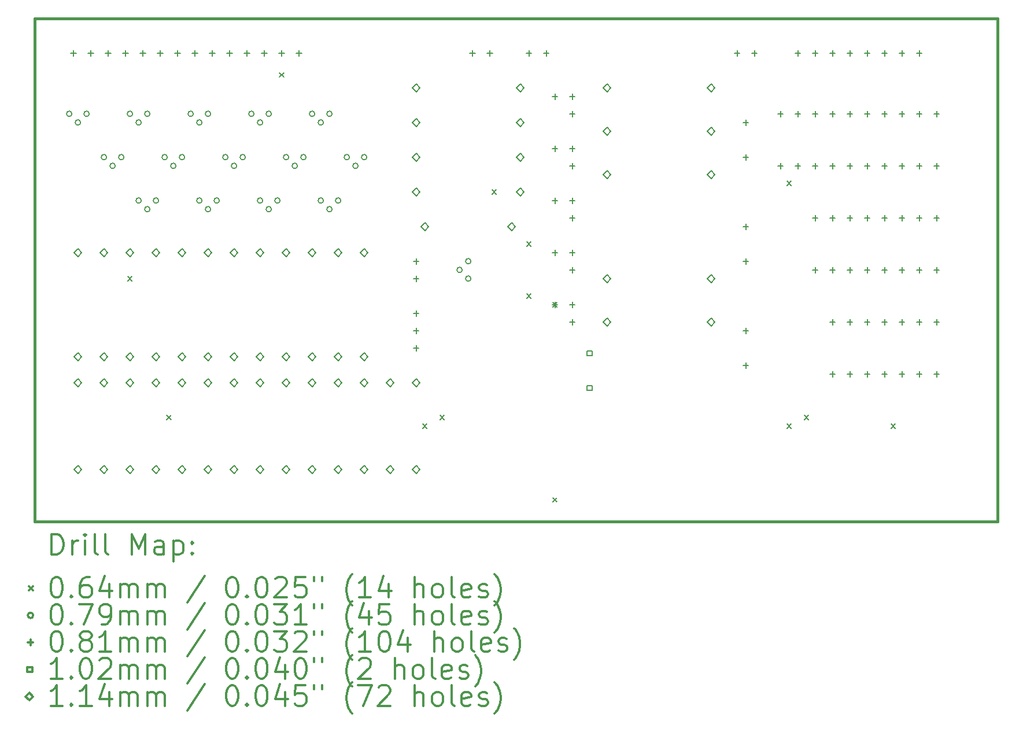
<source format=gbr>
%FSLAX45Y45*%
G04 Gerber Fmt 4.5, Leading zero omitted, Abs format (unit mm)*
G04 Created by KiCad (PCBNEW 4.0.5+dfsg1-4+deb9u1) date Sun Sep  4 20:08:22 2022*
%MOMM*%
%LPD*%
G01*
G04 APERTURE LIST*
%ADD10C,0.127000*%
%ADD11C,0.381000*%
%ADD12C,0.200000*%
%ADD13C,0.300000*%
G04 APERTURE END LIST*
D10*
D11*
X8255000Y-13970000D02*
X8255000Y-6604000D01*
X22352000Y-13970000D02*
X8255000Y-13970000D01*
X22352000Y-6604000D02*
X22352000Y-13970000D01*
X8255000Y-6604000D02*
X22352000Y-6604000D01*
D12*
X9620250Y-10382250D02*
X9683750Y-10445750D01*
X9683750Y-10382250D02*
X9620250Y-10445750D01*
X10191750Y-12414250D02*
X10255250Y-12477750D01*
X10255250Y-12414250D02*
X10191750Y-12477750D01*
X11842750Y-7397750D02*
X11906250Y-7461250D01*
X11906250Y-7397750D02*
X11842750Y-7461250D01*
X13938250Y-12541250D02*
X14001750Y-12604750D01*
X14001750Y-12541250D02*
X13938250Y-12604750D01*
X14192250Y-12414250D02*
X14255750Y-12477750D01*
X14255750Y-12414250D02*
X14192250Y-12477750D01*
X14954250Y-9112250D02*
X15017750Y-9175750D01*
X15017750Y-9112250D02*
X14954250Y-9175750D01*
X15462250Y-9874250D02*
X15525750Y-9937750D01*
X15525750Y-9874250D02*
X15462250Y-9937750D01*
X15462250Y-10636250D02*
X15525750Y-10699750D01*
X15525750Y-10636250D02*
X15462250Y-10699750D01*
X15843250Y-10763250D02*
X15906750Y-10826750D01*
X15906750Y-10763250D02*
X15843250Y-10826750D01*
X15843250Y-13620750D02*
X15906750Y-13684250D01*
X15906750Y-13620750D02*
X15843250Y-13684250D01*
X19272250Y-8985250D02*
X19335750Y-9048750D01*
X19335750Y-8985250D02*
X19272250Y-9048750D01*
X19272250Y-12541250D02*
X19335750Y-12604750D01*
X19335750Y-12541250D02*
X19272250Y-12604750D01*
X19526250Y-12414250D02*
X19589750Y-12477750D01*
X19589750Y-12414250D02*
X19526250Y-12477750D01*
X20796250Y-12541250D02*
X20859750Y-12604750D01*
X20859750Y-12541250D02*
X20796250Y-12604750D01*
X8802370Y-8001000D02*
G75*
G03X8802370Y-8001000I-39370J0D01*
G01*
X8929370Y-8128000D02*
G75*
G03X8929370Y-8128000I-39370J0D01*
G01*
X9056370Y-8001000D02*
G75*
G03X9056370Y-8001000I-39370J0D01*
G01*
X9310370Y-8636000D02*
G75*
G03X9310370Y-8636000I-39370J0D01*
G01*
X9437370Y-8763000D02*
G75*
G03X9437370Y-8763000I-39370J0D01*
G01*
X9564370Y-8636000D02*
G75*
G03X9564370Y-8636000I-39370J0D01*
G01*
X9691370Y-8001000D02*
G75*
G03X9691370Y-8001000I-39370J0D01*
G01*
X9818370Y-8128000D02*
G75*
G03X9818370Y-8128000I-39370J0D01*
G01*
X9818370Y-9271000D02*
G75*
G03X9818370Y-9271000I-39370J0D01*
G01*
X9945370Y-8001000D02*
G75*
G03X9945370Y-8001000I-39370J0D01*
G01*
X9945370Y-9398000D02*
G75*
G03X9945370Y-9398000I-39370J0D01*
G01*
X10072370Y-9271000D02*
G75*
G03X10072370Y-9271000I-39370J0D01*
G01*
X10199370Y-8636000D02*
G75*
G03X10199370Y-8636000I-39370J0D01*
G01*
X10326370Y-8763000D02*
G75*
G03X10326370Y-8763000I-39370J0D01*
G01*
X10453370Y-8636000D02*
G75*
G03X10453370Y-8636000I-39370J0D01*
G01*
X10580370Y-8001000D02*
G75*
G03X10580370Y-8001000I-39370J0D01*
G01*
X10707370Y-8128000D02*
G75*
G03X10707370Y-8128000I-39370J0D01*
G01*
X10707370Y-9271000D02*
G75*
G03X10707370Y-9271000I-39370J0D01*
G01*
X10834370Y-8001000D02*
G75*
G03X10834370Y-8001000I-39370J0D01*
G01*
X10834370Y-9398000D02*
G75*
G03X10834370Y-9398000I-39370J0D01*
G01*
X10961370Y-9271000D02*
G75*
G03X10961370Y-9271000I-39370J0D01*
G01*
X11088370Y-8636000D02*
G75*
G03X11088370Y-8636000I-39370J0D01*
G01*
X11215370Y-8763000D02*
G75*
G03X11215370Y-8763000I-39370J0D01*
G01*
X11342370Y-8636000D02*
G75*
G03X11342370Y-8636000I-39370J0D01*
G01*
X11469370Y-8001000D02*
G75*
G03X11469370Y-8001000I-39370J0D01*
G01*
X11596370Y-8128000D02*
G75*
G03X11596370Y-8128000I-39370J0D01*
G01*
X11596370Y-9271000D02*
G75*
G03X11596370Y-9271000I-39370J0D01*
G01*
X11723370Y-8001000D02*
G75*
G03X11723370Y-8001000I-39370J0D01*
G01*
X11723370Y-9398000D02*
G75*
G03X11723370Y-9398000I-39370J0D01*
G01*
X11850370Y-9271000D02*
G75*
G03X11850370Y-9271000I-39370J0D01*
G01*
X11977370Y-8636000D02*
G75*
G03X11977370Y-8636000I-39370J0D01*
G01*
X12104370Y-8763000D02*
G75*
G03X12104370Y-8763000I-39370J0D01*
G01*
X12231370Y-8636000D02*
G75*
G03X12231370Y-8636000I-39370J0D01*
G01*
X12358370Y-8001000D02*
G75*
G03X12358370Y-8001000I-39370J0D01*
G01*
X12485370Y-8128000D02*
G75*
G03X12485370Y-8128000I-39370J0D01*
G01*
X12485370Y-9271000D02*
G75*
G03X12485370Y-9271000I-39370J0D01*
G01*
X12612370Y-8001000D02*
G75*
G03X12612370Y-8001000I-39370J0D01*
G01*
X12612370Y-9398000D02*
G75*
G03X12612370Y-9398000I-39370J0D01*
G01*
X12739370Y-9271000D02*
G75*
G03X12739370Y-9271000I-39370J0D01*
G01*
X12866370Y-8636000D02*
G75*
G03X12866370Y-8636000I-39370J0D01*
G01*
X12993370Y-8763000D02*
G75*
G03X12993370Y-8763000I-39370J0D01*
G01*
X13120370Y-8636000D02*
G75*
G03X13120370Y-8636000I-39370J0D01*
G01*
X14517370Y-10287000D02*
G75*
G03X14517370Y-10287000I-39370J0D01*
G01*
X14644370Y-10160000D02*
G75*
G03X14644370Y-10160000I-39370J0D01*
G01*
X14644370Y-10414000D02*
G75*
G03X14644370Y-10414000I-39370J0D01*
G01*
X8826500Y-7071360D02*
X8826500Y-7152640D01*
X8785860Y-7112000D02*
X8867140Y-7112000D01*
X9080500Y-7071360D02*
X9080500Y-7152640D01*
X9039860Y-7112000D02*
X9121140Y-7112000D01*
X9334500Y-7071360D02*
X9334500Y-7152640D01*
X9293860Y-7112000D02*
X9375140Y-7112000D01*
X9588500Y-7071360D02*
X9588500Y-7152640D01*
X9547860Y-7112000D02*
X9629140Y-7112000D01*
X9842500Y-7071360D02*
X9842500Y-7152640D01*
X9801860Y-7112000D02*
X9883140Y-7112000D01*
X10096500Y-7071360D02*
X10096500Y-7152640D01*
X10055860Y-7112000D02*
X10137140Y-7112000D01*
X10350500Y-7071360D02*
X10350500Y-7152640D01*
X10309860Y-7112000D02*
X10391140Y-7112000D01*
X10604500Y-7071360D02*
X10604500Y-7152640D01*
X10563860Y-7112000D02*
X10645140Y-7112000D01*
X10858500Y-7071360D02*
X10858500Y-7152640D01*
X10817860Y-7112000D02*
X10899140Y-7112000D01*
X11112500Y-7071360D02*
X11112500Y-7152640D01*
X11071860Y-7112000D02*
X11153140Y-7112000D01*
X11366500Y-7071360D02*
X11366500Y-7152640D01*
X11325860Y-7112000D02*
X11407140Y-7112000D01*
X11620500Y-7071360D02*
X11620500Y-7152640D01*
X11579860Y-7112000D02*
X11661140Y-7112000D01*
X11874500Y-7071360D02*
X11874500Y-7152640D01*
X11833860Y-7112000D02*
X11915140Y-7112000D01*
X12128500Y-7071360D02*
X12128500Y-7152640D01*
X12087860Y-7112000D02*
X12169140Y-7112000D01*
X13843000Y-10119360D02*
X13843000Y-10200640D01*
X13802360Y-10160000D02*
X13883640Y-10160000D01*
X13843000Y-10373360D02*
X13843000Y-10454640D01*
X13802360Y-10414000D02*
X13883640Y-10414000D01*
X13843000Y-10881360D02*
X13843000Y-10962640D01*
X13802360Y-10922000D02*
X13883640Y-10922000D01*
X13843000Y-11135360D02*
X13843000Y-11216640D01*
X13802360Y-11176000D02*
X13883640Y-11176000D01*
X13843000Y-11389360D02*
X13843000Y-11470640D01*
X13802360Y-11430000D02*
X13883640Y-11430000D01*
X14668500Y-7071360D02*
X14668500Y-7152640D01*
X14627860Y-7112000D02*
X14709140Y-7112000D01*
X14922500Y-7071360D02*
X14922500Y-7152640D01*
X14881860Y-7112000D02*
X14963140Y-7112000D01*
X15494000Y-7071360D02*
X15494000Y-7152640D01*
X15453360Y-7112000D02*
X15534640Y-7112000D01*
X15748000Y-7071360D02*
X15748000Y-7152640D01*
X15707360Y-7112000D02*
X15788640Y-7112000D01*
X15875000Y-7706360D02*
X15875000Y-7787640D01*
X15834360Y-7747000D02*
X15915640Y-7747000D01*
X15875000Y-8468360D02*
X15875000Y-8549640D01*
X15834360Y-8509000D02*
X15915640Y-8509000D01*
X15875000Y-9230360D02*
X15875000Y-9311640D01*
X15834360Y-9271000D02*
X15915640Y-9271000D01*
X15875000Y-9992360D02*
X15875000Y-10073640D01*
X15834360Y-10033000D02*
X15915640Y-10033000D01*
X15875000Y-10754360D02*
X15875000Y-10835640D01*
X15834360Y-10795000D02*
X15915640Y-10795000D01*
X16129000Y-7706360D02*
X16129000Y-7787640D01*
X16088360Y-7747000D02*
X16169640Y-7747000D01*
X16129000Y-7960360D02*
X16129000Y-8041640D01*
X16088360Y-8001000D02*
X16169640Y-8001000D01*
X16129000Y-8468360D02*
X16129000Y-8549640D01*
X16088360Y-8509000D02*
X16169640Y-8509000D01*
X16129000Y-8722360D02*
X16129000Y-8803640D01*
X16088360Y-8763000D02*
X16169640Y-8763000D01*
X16129000Y-9230360D02*
X16129000Y-9311640D01*
X16088360Y-9271000D02*
X16169640Y-9271000D01*
X16129000Y-9484360D02*
X16129000Y-9565640D01*
X16088360Y-9525000D02*
X16169640Y-9525000D01*
X16129000Y-9992360D02*
X16129000Y-10073640D01*
X16088360Y-10033000D02*
X16169640Y-10033000D01*
X16129000Y-10246360D02*
X16129000Y-10327640D01*
X16088360Y-10287000D02*
X16169640Y-10287000D01*
X16129000Y-10754360D02*
X16129000Y-10835640D01*
X16088360Y-10795000D02*
X16169640Y-10795000D01*
X16129000Y-11008360D02*
X16129000Y-11089640D01*
X16088360Y-11049000D02*
X16169640Y-11049000D01*
X18542000Y-7071360D02*
X18542000Y-7152640D01*
X18501360Y-7112000D02*
X18582640Y-7112000D01*
X18669000Y-8087360D02*
X18669000Y-8168640D01*
X18628360Y-8128000D02*
X18709640Y-8128000D01*
X18669000Y-8595360D02*
X18669000Y-8676640D01*
X18628360Y-8636000D02*
X18709640Y-8636000D01*
X18669000Y-9611360D02*
X18669000Y-9692640D01*
X18628360Y-9652000D02*
X18709640Y-9652000D01*
X18669000Y-10119360D02*
X18669000Y-10200640D01*
X18628360Y-10160000D02*
X18709640Y-10160000D01*
X18669000Y-11135360D02*
X18669000Y-11216640D01*
X18628360Y-11176000D02*
X18709640Y-11176000D01*
X18669000Y-11643360D02*
X18669000Y-11724640D01*
X18628360Y-11684000D02*
X18709640Y-11684000D01*
X18796000Y-7071360D02*
X18796000Y-7152640D01*
X18755360Y-7112000D02*
X18836640Y-7112000D01*
X19177000Y-7960360D02*
X19177000Y-8041640D01*
X19136360Y-8001000D02*
X19217640Y-8001000D01*
X19177000Y-8722360D02*
X19177000Y-8803640D01*
X19136360Y-8763000D02*
X19217640Y-8763000D01*
X19431000Y-7071360D02*
X19431000Y-7152640D01*
X19390360Y-7112000D02*
X19471640Y-7112000D01*
X19431000Y-7960360D02*
X19431000Y-8041640D01*
X19390360Y-8001000D02*
X19471640Y-8001000D01*
X19431000Y-8722360D02*
X19431000Y-8803640D01*
X19390360Y-8763000D02*
X19471640Y-8763000D01*
X19685000Y-7071360D02*
X19685000Y-7152640D01*
X19644360Y-7112000D02*
X19725640Y-7112000D01*
X19685000Y-7960360D02*
X19685000Y-8041640D01*
X19644360Y-8001000D02*
X19725640Y-8001000D01*
X19685000Y-8722360D02*
X19685000Y-8803640D01*
X19644360Y-8763000D02*
X19725640Y-8763000D01*
X19685000Y-9484360D02*
X19685000Y-9565640D01*
X19644360Y-9525000D02*
X19725640Y-9525000D01*
X19685000Y-10246360D02*
X19685000Y-10327640D01*
X19644360Y-10287000D02*
X19725640Y-10287000D01*
X19939000Y-7071360D02*
X19939000Y-7152640D01*
X19898360Y-7112000D02*
X19979640Y-7112000D01*
X19939000Y-7960360D02*
X19939000Y-8041640D01*
X19898360Y-8001000D02*
X19979640Y-8001000D01*
X19939000Y-8722360D02*
X19939000Y-8803640D01*
X19898360Y-8763000D02*
X19979640Y-8763000D01*
X19939000Y-9484360D02*
X19939000Y-9565640D01*
X19898360Y-9525000D02*
X19979640Y-9525000D01*
X19939000Y-10246360D02*
X19939000Y-10327640D01*
X19898360Y-10287000D02*
X19979640Y-10287000D01*
X19939000Y-11008360D02*
X19939000Y-11089640D01*
X19898360Y-11049000D02*
X19979640Y-11049000D01*
X19939000Y-11770360D02*
X19939000Y-11851640D01*
X19898360Y-11811000D02*
X19979640Y-11811000D01*
X20193000Y-7071360D02*
X20193000Y-7152640D01*
X20152360Y-7112000D02*
X20233640Y-7112000D01*
X20193000Y-7960360D02*
X20193000Y-8041640D01*
X20152360Y-8001000D02*
X20233640Y-8001000D01*
X20193000Y-8722360D02*
X20193000Y-8803640D01*
X20152360Y-8763000D02*
X20233640Y-8763000D01*
X20193000Y-9484360D02*
X20193000Y-9565640D01*
X20152360Y-9525000D02*
X20233640Y-9525000D01*
X20193000Y-10246360D02*
X20193000Y-10327640D01*
X20152360Y-10287000D02*
X20233640Y-10287000D01*
X20193000Y-11008360D02*
X20193000Y-11089640D01*
X20152360Y-11049000D02*
X20233640Y-11049000D01*
X20193000Y-11770360D02*
X20193000Y-11851640D01*
X20152360Y-11811000D02*
X20233640Y-11811000D01*
X20447000Y-7071360D02*
X20447000Y-7152640D01*
X20406360Y-7112000D02*
X20487640Y-7112000D01*
X20447000Y-7960360D02*
X20447000Y-8041640D01*
X20406360Y-8001000D02*
X20487640Y-8001000D01*
X20447000Y-8722360D02*
X20447000Y-8803640D01*
X20406360Y-8763000D02*
X20487640Y-8763000D01*
X20447000Y-9484360D02*
X20447000Y-9565640D01*
X20406360Y-9525000D02*
X20487640Y-9525000D01*
X20447000Y-10246360D02*
X20447000Y-10327640D01*
X20406360Y-10287000D02*
X20487640Y-10287000D01*
X20447000Y-11008360D02*
X20447000Y-11089640D01*
X20406360Y-11049000D02*
X20487640Y-11049000D01*
X20447000Y-11770360D02*
X20447000Y-11851640D01*
X20406360Y-11811000D02*
X20487640Y-11811000D01*
X20701000Y-7071360D02*
X20701000Y-7152640D01*
X20660360Y-7112000D02*
X20741640Y-7112000D01*
X20701000Y-7960360D02*
X20701000Y-8041640D01*
X20660360Y-8001000D02*
X20741640Y-8001000D01*
X20701000Y-8722360D02*
X20701000Y-8803640D01*
X20660360Y-8763000D02*
X20741640Y-8763000D01*
X20701000Y-9484360D02*
X20701000Y-9565640D01*
X20660360Y-9525000D02*
X20741640Y-9525000D01*
X20701000Y-10246360D02*
X20701000Y-10327640D01*
X20660360Y-10287000D02*
X20741640Y-10287000D01*
X20701000Y-11008360D02*
X20701000Y-11089640D01*
X20660360Y-11049000D02*
X20741640Y-11049000D01*
X20701000Y-11770360D02*
X20701000Y-11851640D01*
X20660360Y-11811000D02*
X20741640Y-11811000D01*
X20955000Y-7071360D02*
X20955000Y-7152640D01*
X20914360Y-7112000D02*
X20995640Y-7112000D01*
X20955000Y-7960360D02*
X20955000Y-8041640D01*
X20914360Y-8001000D02*
X20995640Y-8001000D01*
X20955000Y-8722360D02*
X20955000Y-8803640D01*
X20914360Y-8763000D02*
X20995640Y-8763000D01*
X20955000Y-9484360D02*
X20955000Y-9565640D01*
X20914360Y-9525000D02*
X20995640Y-9525000D01*
X20955000Y-10246360D02*
X20955000Y-10327640D01*
X20914360Y-10287000D02*
X20995640Y-10287000D01*
X20955000Y-11008360D02*
X20955000Y-11089640D01*
X20914360Y-11049000D02*
X20995640Y-11049000D01*
X20955000Y-11770360D02*
X20955000Y-11851640D01*
X20914360Y-11811000D02*
X20995640Y-11811000D01*
X21209000Y-7071360D02*
X21209000Y-7152640D01*
X21168360Y-7112000D02*
X21249640Y-7112000D01*
X21209000Y-7960360D02*
X21209000Y-8041640D01*
X21168360Y-8001000D02*
X21249640Y-8001000D01*
X21209000Y-8722360D02*
X21209000Y-8803640D01*
X21168360Y-8763000D02*
X21249640Y-8763000D01*
X21209000Y-9484360D02*
X21209000Y-9565640D01*
X21168360Y-9525000D02*
X21249640Y-9525000D01*
X21209000Y-10246360D02*
X21209000Y-10327640D01*
X21168360Y-10287000D02*
X21249640Y-10287000D01*
X21209000Y-11008360D02*
X21209000Y-11089640D01*
X21168360Y-11049000D02*
X21249640Y-11049000D01*
X21209000Y-11770360D02*
X21209000Y-11851640D01*
X21168360Y-11811000D02*
X21249640Y-11811000D01*
X21463000Y-7960360D02*
X21463000Y-8041640D01*
X21422360Y-8001000D02*
X21503640Y-8001000D01*
X21463000Y-8722360D02*
X21463000Y-8803640D01*
X21422360Y-8763000D02*
X21503640Y-8763000D01*
X21463000Y-9484360D02*
X21463000Y-9565640D01*
X21422360Y-9525000D02*
X21503640Y-9525000D01*
X21463000Y-10246360D02*
X21463000Y-10327640D01*
X21422360Y-10287000D02*
X21503640Y-10287000D01*
X21463000Y-11008360D02*
X21463000Y-11089640D01*
X21422360Y-11049000D02*
X21503640Y-11049000D01*
X21463000Y-11770360D02*
X21463000Y-11851640D01*
X21422360Y-11811000D02*
X21503640Y-11811000D01*
X16418921Y-11542121D02*
X16418921Y-11470279D01*
X16347079Y-11470279D01*
X16347079Y-11542121D01*
X16418921Y-11542121D01*
X16418921Y-12050121D02*
X16418921Y-11978279D01*
X16347079Y-11978279D01*
X16347079Y-12050121D01*
X16418921Y-12050121D01*
X8890000Y-10090150D02*
X8947150Y-10033000D01*
X8890000Y-9975850D01*
X8832850Y-10033000D01*
X8890000Y-10090150D01*
X8890000Y-11614150D02*
X8947150Y-11557000D01*
X8890000Y-11499850D01*
X8832850Y-11557000D01*
X8890000Y-11614150D01*
X8890000Y-11995150D02*
X8947150Y-11938000D01*
X8890000Y-11880850D01*
X8832850Y-11938000D01*
X8890000Y-11995150D01*
X8890000Y-13265150D02*
X8947150Y-13208000D01*
X8890000Y-13150850D01*
X8832850Y-13208000D01*
X8890000Y-13265150D01*
X9271000Y-10090150D02*
X9328150Y-10033000D01*
X9271000Y-9975850D01*
X9213850Y-10033000D01*
X9271000Y-10090150D01*
X9271000Y-11614150D02*
X9328150Y-11557000D01*
X9271000Y-11499850D01*
X9213850Y-11557000D01*
X9271000Y-11614150D01*
X9271000Y-11995150D02*
X9328150Y-11938000D01*
X9271000Y-11880850D01*
X9213850Y-11938000D01*
X9271000Y-11995150D01*
X9271000Y-13265150D02*
X9328150Y-13208000D01*
X9271000Y-13150850D01*
X9213850Y-13208000D01*
X9271000Y-13265150D01*
X9652000Y-10090150D02*
X9709150Y-10033000D01*
X9652000Y-9975850D01*
X9594850Y-10033000D01*
X9652000Y-10090150D01*
X9652000Y-11614150D02*
X9709150Y-11557000D01*
X9652000Y-11499850D01*
X9594850Y-11557000D01*
X9652000Y-11614150D01*
X9652000Y-11995150D02*
X9709150Y-11938000D01*
X9652000Y-11880850D01*
X9594850Y-11938000D01*
X9652000Y-11995150D01*
X9652000Y-13265150D02*
X9709150Y-13208000D01*
X9652000Y-13150850D01*
X9594850Y-13208000D01*
X9652000Y-13265150D01*
X10033000Y-10090150D02*
X10090150Y-10033000D01*
X10033000Y-9975850D01*
X9975850Y-10033000D01*
X10033000Y-10090150D01*
X10033000Y-11614150D02*
X10090150Y-11557000D01*
X10033000Y-11499850D01*
X9975850Y-11557000D01*
X10033000Y-11614150D01*
X10033000Y-11995150D02*
X10090150Y-11938000D01*
X10033000Y-11880850D01*
X9975850Y-11938000D01*
X10033000Y-11995150D01*
X10033000Y-13265150D02*
X10090150Y-13208000D01*
X10033000Y-13150850D01*
X9975850Y-13208000D01*
X10033000Y-13265150D01*
X10414000Y-10090150D02*
X10471150Y-10033000D01*
X10414000Y-9975850D01*
X10356850Y-10033000D01*
X10414000Y-10090150D01*
X10414000Y-11614150D02*
X10471150Y-11557000D01*
X10414000Y-11499850D01*
X10356850Y-11557000D01*
X10414000Y-11614150D01*
X10414000Y-11995150D02*
X10471150Y-11938000D01*
X10414000Y-11880850D01*
X10356850Y-11938000D01*
X10414000Y-11995150D01*
X10414000Y-13265150D02*
X10471150Y-13208000D01*
X10414000Y-13150850D01*
X10356850Y-13208000D01*
X10414000Y-13265150D01*
X10795000Y-10090150D02*
X10852150Y-10033000D01*
X10795000Y-9975850D01*
X10737850Y-10033000D01*
X10795000Y-10090150D01*
X10795000Y-11614150D02*
X10852150Y-11557000D01*
X10795000Y-11499850D01*
X10737850Y-11557000D01*
X10795000Y-11614150D01*
X10795000Y-11995150D02*
X10852150Y-11938000D01*
X10795000Y-11880850D01*
X10737850Y-11938000D01*
X10795000Y-11995150D01*
X10795000Y-13265150D02*
X10852150Y-13208000D01*
X10795000Y-13150850D01*
X10737850Y-13208000D01*
X10795000Y-13265150D01*
X11176000Y-10090150D02*
X11233150Y-10033000D01*
X11176000Y-9975850D01*
X11118850Y-10033000D01*
X11176000Y-10090150D01*
X11176000Y-11614150D02*
X11233150Y-11557000D01*
X11176000Y-11499850D01*
X11118850Y-11557000D01*
X11176000Y-11614150D01*
X11176000Y-11995150D02*
X11233150Y-11938000D01*
X11176000Y-11880850D01*
X11118850Y-11938000D01*
X11176000Y-11995150D01*
X11176000Y-13265150D02*
X11233150Y-13208000D01*
X11176000Y-13150850D01*
X11118850Y-13208000D01*
X11176000Y-13265150D01*
X11557000Y-10090150D02*
X11614150Y-10033000D01*
X11557000Y-9975850D01*
X11499850Y-10033000D01*
X11557000Y-10090150D01*
X11557000Y-11614150D02*
X11614150Y-11557000D01*
X11557000Y-11499850D01*
X11499850Y-11557000D01*
X11557000Y-11614150D01*
X11557000Y-11995150D02*
X11614150Y-11938000D01*
X11557000Y-11880850D01*
X11499850Y-11938000D01*
X11557000Y-11995150D01*
X11557000Y-13265150D02*
X11614150Y-13208000D01*
X11557000Y-13150850D01*
X11499850Y-13208000D01*
X11557000Y-13265150D01*
X11938000Y-10090150D02*
X11995150Y-10033000D01*
X11938000Y-9975850D01*
X11880850Y-10033000D01*
X11938000Y-10090150D01*
X11938000Y-11614150D02*
X11995150Y-11557000D01*
X11938000Y-11499850D01*
X11880850Y-11557000D01*
X11938000Y-11614150D01*
X11938000Y-11995150D02*
X11995150Y-11938000D01*
X11938000Y-11880850D01*
X11880850Y-11938000D01*
X11938000Y-11995150D01*
X11938000Y-13265150D02*
X11995150Y-13208000D01*
X11938000Y-13150850D01*
X11880850Y-13208000D01*
X11938000Y-13265150D01*
X12319000Y-10090150D02*
X12376150Y-10033000D01*
X12319000Y-9975850D01*
X12261850Y-10033000D01*
X12319000Y-10090150D01*
X12319000Y-11614150D02*
X12376150Y-11557000D01*
X12319000Y-11499850D01*
X12261850Y-11557000D01*
X12319000Y-11614150D01*
X12319000Y-11995150D02*
X12376150Y-11938000D01*
X12319000Y-11880850D01*
X12261850Y-11938000D01*
X12319000Y-11995150D01*
X12319000Y-13265150D02*
X12376150Y-13208000D01*
X12319000Y-13150850D01*
X12261850Y-13208000D01*
X12319000Y-13265150D01*
X12700000Y-10090150D02*
X12757150Y-10033000D01*
X12700000Y-9975850D01*
X12642850Y-10033000D01*
X12700000Y-10090150D01*
X12700000Y-11614150D02*
X12757150Y-11557000D01*
X12700000Y-11499850D01*
X12642850Y-11557000D01*
X12700000Y-11614150D01*
X12700000Y-11995150D02*
X12757150Y-11938000D01*
X12700000Y-11880850D01*
X12642850Y-11938000D01*
X12700000Y-11995150D01*
X12700000Y-13265150D02*
X12757150Y-13208000D01*
X12700000Y-13150850D01*
X12642850Y-13208000D01*
X12700000Y-13265150D01*
X13081000Y-10090150D02*
X13138150Y-10033000D01*
X13081000Y-9975850D01*
X13023850Y-10033000D01*
X13081000Y-10090150D01*
X13081000Y-11614150D02*
X13138150Y-11557000D01*
X13081000Y-11499850D01*
X13023850Y-11557000D01*
X13081000Y-11614150D01*
X13081000Y-11995150D02*
X13138150Y-11938000D01*
X13081000Y-11880850D01*
X13023850Y-11938000D01*
X13081000Y-11995150D01*
X13081000Y-13265150D02*
X13138150Y-13208000D01*
X13081000Y-13150850D01*
X13023850Y-13208000D01*
X13081000Y-13265150D01*
X13462000Y-11995150D02*
X13519150Y-11938000D01*
X13462000Y-11880850D01*
X13404850Y-11938000D01*
X13462000Y-11995150D01*
X13462000Y-13265150D02*
X13519150Y-13208000D01*
X13462000Y-13150850D01*
X13404850Y-13208000D01*
X13462000Y-13265150D01*
X13843000Y-7677150D02*
X13900150Y-7620000D01*
X13843000Y-7562850D01*
X13785850Y-7620000D01*
X13843000Y-7677150D01*
X13843000Y-8185150D02*
X13900150Y-8128000D01*
X13843000Y-8070850D01*
X13785850Y-8128000D01*
X13843000Y-8185150D01*
X13843000Y-8693150D02*
X13900150Y-8636000D01*
X13843000Y-8578850D01*
X13785850Y-8636000D01*
X13843000Y-8693150D01*
X13843000Y-9201150D02*
X13900150Y-9144000D01*
X13843000Y-9086850D01*
X13785850Y-9144000D01*
X13843000Y-9201150D01*
X13843000Y-11995150D02*
X13900150Y-11938000D01*
X13843000Y-11880850D01*
X13785850Y-11938000D01*
X13843000Y-11995150D01*
X13843000Y-13265150D02*
X13900150Y-13208000D01*
X13843000Y-13150850D01*
X13785850Y-13208000D01*
X13843000Y-13265150D01*
X13970000Y-9709150D02*
X14027150Y-9652000D01*
X13970000Y-9594850D01*
X13912850Y-9652000D01*
X13970000Y-9709150D01*
X15240000Y-9709150D02*
X15297150Y-9652000D01*
X15240000Y-9594850D01*
X15182850Y-9652000D01*
X15240000Y-9709150D01*
X15367000Y-7677150D02*
X15424150Y-7620000D01*
X15367000Y-7562850D01*
X15309850Y-7620000D01*
X15367000Y-7677150D01*
X15367000Y-8185150D02*
X15424150Y-8128000D01*
X15367000Y-8070850D01*
X15309850Y-8128000D01*
X15367000Y-8185150D01*
X15367000Y-8693150D02*
X15424150Y-8636000D01*
X15367000Y-8578850D01*
X15309850Y-8636000D01*
X15367000Y-8693150D01*
X15367000Y-9201150D02*
X15424150Y-9144000D01*
X15367000Y-9086850D01*
X15309850Y-9144000D01*
X15367000Y-9201150D01*
X16637000Y-7677150D02*
X16694150Y-7620000D01*
X16637000Y-7562850D01*
X16579850Y-7620000D01*
X16637000Y-7677150D01*
X16637000Y-8312150D02*
X16694150Y-8255000D01*
X16637000Y-8197850D01*
X16579850Y-8255000D01*
X16637000Y-8312150D01*
X16637000Y-8947150D02*
X16694150Y-8890000D01*
X16637000Y-8832850D01*
X16579850Y-8890000D01*
X16637000Y-8947150D01*
X16637000Y-10471150D02*
X16694150Y-10414000D01*
X16637000Y-10356850D01*
X16579850Y-10414000D01*
X16637000Y-10471150D01*
X16637000Y-11106150D02*
X16694150Y-11049000D01*
X16637000Y-10991850D01*
X16579850Y-11049000D01*
X16637000Y-11106150D01*
X18161000Y-7677150D02*
X18218150Y-7620000D01*
X18161000Y-7562850D01*
X18103850Y-7620000D01*
X18161000Y-7677150D01*
X18161000Y-8312150D02*
X18218150Y-8255000D01*
X18161000Y-8197850D01*
X18103850Y-8255000D01*
X18161000Y-8312150D01*
X18161000Y-8947150D02*
X18218150Y-8890000D01*
X18161000Y-8832850D01*
X18103850Y-8890000D01*
X18161000Y-8947150D01*
X18161000Y-10471150D02*
X18218150Y-10414000D01*
X18161000Y-10356850D01*
X18103850Y-10414000D01*
X18161000Y-10471150D01*
X18161000Y-11106150D02*
X18218150Y-11049000D01*
X18161000Y-10991850D01*
X18103850Y-11049000D01*
X18161000Y-11106150D01*
D13*
X8507379Y-14454764D02*
X8507379Y-14154764D01*
X8578807Y-14154764D01*
X8621664Y-14169050D01*
X8650236Y-14197621D01*
X8664521Y-14226193D01*
X8678807Y-14283336D01*
X8678807Y-14326193D01*
X8664521Y-14383336D01*
X8650236Y-14411907D01*
X8621664Y-14440479D01*
X8578807Y-14454764D01*
X8507379Y-14454764D01*
X8807379Y-14454764D02*
X8807379Y-14254764D01*
X8807379Y-14311907D02*
X8821664Y-14283336D01*
X8835950Y-14269050D01*
X8864521Y-14254764D01*
X8893093Y-14254764D01*
X8993093Y-14454764D02*
X8993093Y-14254764D01*
X8993093Y-14154764D02*
X8978807Y-14169050D01*
X8993093Y-14183336D01*
X9007379Y-14169050D01*
X8993093Y-14154764D01*
X8993093Y-14183336D01*
X9178807Y-14454764D02*
X9150236Y-14440479D01*
X9135950Y-14411907D01*
X9135950Y-14154764D01*
X9335950Y-14454764D02*
X9307379Y-14440479D01*
X9293093Y-14411907D01*
X9293093Y-14154764D01*
X9678807Y-14454764D02*
X9678807Y-14154764D01*
X9778807Y-14369050D01*
X9878807Y-14154764D01*
X9878807Y-14454764D01*
X10150236Y-14454764D02*
X10150236Y-14297621D01*
X10135950Y-14269050D01*
X10107379Y-14254764D01*
X10050236Y-14254764D01*
X10021664Y-14269050D01*
X10150236Y-14440479D02*
X10121664Y-14454764D01*
X10050236Y-14454764D01*
X10021664Y-14440479D01*
X10007379Y-14411907D01*
X10007379Y-14383336D01*
X10021664Y-14354764D01*
X10050236Y-14340479D01*
X10121664Y-14340479D01*
X10150236Y-14326193D01*
X10293093Y-14254764D02*
X10293093Y-14554764D01*
X10293093Y-14269050D02*
X10321664Y-14254764D01*
X10378807Y-14254764D01*
X10407379Y-14269050D01*
X10421664Y-14283336D01*
X10435950Y-14311907D01*
X10435950Y-14397621D01*
X10421664Y-14426193D01*
X10407379Y-14440479D01*
X10378807Y-14454764D01*
X10321664Y-14454764D01*
X10293093Y-14440479D01*
X10564521Y-14426193D02*
X10578807Y-14440479D01*
X10564521Y-14454764D01*
X10550236Y-14440479D01*
X10564521Y-14426193D01*
X10564521Y-14454764D01*
X10564521Y-14269050D02*
X10578807Y-14283336D01*
X10564521Y-14297621D01*
X10550236Y-14283336D01*
X10564521Y-14269050D01*
X10564521Y-14297621D01*
X8172450Y-14917300D02*
X8235950Y-14980800D01*
X8235950Y-14917300D02*
X8172450Y-14980800D01*
X8564521Y-14784764D02*
X8593093Y-14784764D01*
X8621664Y-14799050D01*
X8635950Y-14813336D01*
X8650236Y-14841907D01*
X8664521Y-14899050D01*
X8664521Y-14970479D01*
X8650236Y-15027621D01*
X8635950Y-15056193D01*
X8621664Y-15070479D01*
X8593093Y-15084764D01*
X8564521Y-15084764D01*
X8535950Y-15070479D01*
X8521664Y-15056193D01*
X8507379Y-15027621D01*
X8493093Y-14970479D01*
X8493093Y-14899050D01*
X8507379Y-14841907D01*
X8521664Y-14813336D01*
X8535950Y-14799050D01*
X8564521Y-14784764D01*
X8793093Y-15056193D02*
X8807379Y-15070479D01*
X8793093Y-15084764D01*
X8778807Y-15070479D01*
X8793093Y-15056193D01*
X8793093Y-15084764D01*
X9064521Y-14784764D02*
X9007378Y-14784764D01*
X8978807Y-14799050D01*
X8964521Y-14813336D01*
X8935950Y-14856193D01*
X8921664Y-14913336D01*
X8921664Y-15027621D01*
X8935950Y-15056193D01*
X8950236Y-15070479D01*
X8978807Y-15084764D01*
X9035950Y-15084764D01*
X9064521Y-15070479D01*
X9078807Y-15056193D01*
X9093093Y-15027621D01*
X9093093Y-14956193D01*
X9078807Y-14927621D01*
X9064521Y-14913336D01*
X9035950Y-14899050D01*
X8978807Y-14899050D01*
X8950236Y-14913336D01*
X8935950Y-14927621D01*
X8921664Y-14956193D01*
X9350236Y-14884764D02*
X9350236Y-15084764D01*
X9278807Y-14770479D02*
X9207379Y-14984764D01*
X9393093Y-14984764D01*
X9507379Y-15084764D02*
X9507379Y-14884764D01*
X9507379Y-14913336D02*
X9521664Y-14899050D01*
X9550236Y-14884764D01*
X9593093Y-14884764D01*
X9621664Y-14899050D01*
X9635950Y-14927621D01*
X9635950Y-15084764D01*
X9635950Y-14927621D02*
X9650236Y-14899050D01*
X9678807Y-14884764D01*
X9721664Y-14884764D01*
X9750236Y-14899050D01*
X9764521Y-14927621D01*
X9764521Y-15084764D01*
X9907379Y-15084764D02*
X9907379Y-14884764D01*
X9907379Y-14913336D02*
X9921664Y-14899050D01*
X9950236Y-14884764D01*
X9993093Y-14884764D01*
X10021664Y-14899050D01*
X10035950Y-14927621D01*
X10035950Y-15084764D01*
X10035950Y-14927621D02*
X10050236Y-14899050D01*
X10078807Y-14884764D01*
X10121664Y-14884764D01*
X10150236Y-14899050D01*
X10164521Y-14927621D01*
X10164521Y-15084764D01*
X10750236Y-14770479D02*
X10493093Y-15156193D01*
X11135950Y-14784764D02*
X11164521Y-14784764D01*
X11193093Y-14799050D01*
X11207378Y-14813336D01*
X11221664Y-14841907D01*
X11235950Y-14899050D01*
X11235950Y-14970479D01*
X11221664Y-15027621D01*
X11207378Y-15056193D01*
X11193093Y-15070479D01*
X11164521Y-15084764D01*
X11135950Y-15084764D01*
X11107378Y-15070479D01*
X11093093Y-15056193D01*
X11078807Y-15027621D01*
X11064521Y-14970479D01*
X11064521Y-14899050D01*
X11078807Y-14841907D01*
X11093093Y-14813336D01*
X11107378Y-14799050D01*
X11135950Y-14784764D01*
X11364521Y-15056193D02*
X11378807Y-15070479D01*
X11364521Y-15084764D01*
X11350236Y-15070479D01*
X11364521Y-15056193D01*
X11364521Y-15084764D01*
X11564521Y-14784764D02*
X11593093Y-14784764D01*
X11621664Y-14799050D01*
X11635950Y-14813336D01*
X11650235Y-14841907D01*
X11664521Y-14899050D01*
X11664521Y-14970479D01*
X11650235Y-15027621D01*
X11635950Y-15056193D01*
X11621664Y-15070479D01*
X11593093Y-15084764D01*
X11564521Y-15084764D01*
X11535950Y-15070479D01*
X11521664Y-15056193D01*
X11507378Y-15027621D01*
X11493093Y-14970479D01*
X11493093Y-14899050D01*
X11507378Y-14841907D01*
X11521664Y-14813336D01*
X11535950Y-14799050D01*
X11564521Y-14784764D01*
X11778807Y-14813336D02*
X11793093Y-14799050D01*
X11821664Y-14784764D01*
X11893093Y-14784764D01*
X11921664Y-14799050D01*
X11935950Y-14813336D01*
X11950235Y-14841907D01*
X11950235Y-14870479D01*
X11935950Y-14913336D01*
X11764521Y-15084764D01*
X11950235Y-15084764D01*
X12221664Y-14784764D02*
X12078807Y-14784764D01*
X12064521Y-14927621D01*
X12078807Y-14913336D01*
X12107378Y-14899050D01*
X12178807Y-14899050D01*
X12207378Y-14913336D01*
X12221664Y-14927621D01*
X12235950Y-14956193D01*
X12235950Y-15027621D01*
X12221664Y-15056193D01*
X12207378Y-15070479D01*
X12178807Y-15084764D01*
X12107378Y-15084764D01*
X12078807Y-15070479D01*
X12064521Y-15056193D01*
X12350236Y-14784764D02*
X12350236Y-14841907D01*
X12464521Y-14784764D02*
X12464521Y-14841907D01*
X12907378Y-15199050D02*
X12893093Y-15184764D01*
X12864521Y-15141907D01*
X12850235Y-15113336D01*
X12835950Y-15070479D01*
X12821664Y-14999050D01*
X12821664Y-14941907D01*
X12835950Y-14870479D01*
X12850235Y-14827621D01*
X12864521Y-14799050D01*
X12893093Y-14756193D01*
X12907378Y-14741907D01*
X13178807Y-15084764D02*
X13007378Y-15084764D01*
X13093093Y-15084764D02*
X13093093Y-14784764D01*
X13064521Y-14827621D01*
X13035950Y-14856193D01*
X13007378Y-14870479D01*
X13435950Y-14884764D02*
X13435950Y-15084764D01*
X13364521Y-14770479D02*
X13293093Y-14984764D01*
X13478807Y-14984764D01*
X13821664Y-15084764D02*
X13821664Y-14784764D01*
X13950235Y-15084764D02*
X13950235Y-14927621D01*
X13935950Y-14899050D01*
X13907378Y-14884764D01*
X13864521Y-14884764D01*
X13835950Y-14899050D01*
X13821664Y-14913336D01*
X14135950Y-15084764D02*
X14107378Y-15070479D01*
X14093093Y-15056193D01*
X14078807Y-15027621D01*
X14078807Y-14941907D01*
X14093093Y-14913336D01*
X14107378Y-14899050D01*
X14135950Y-14884764D01*
X14178807Y-14884764D01*
X14207378Y-14899050D01*
X14221664Y-14913336D01*
X14235950Y-14941907D01*
X14235950Y-15027621D01*
X14221664Y-15056193D01*
X14207378Y-15070479D01*
X14178807Y-15084764D01*
X14135950Y-15084764D01*
X14407378Y-15084764D02*
X14378807Y-15070479D01*
X14364521Y-15041907D01*
X14364521Y-14784764D01*
X14635950Y-15070479D02*
X14607378Y-15084764D01*
X14550236Y-15084764D01*
X14521664Y-15070479D01*
X14507378Y-15041907D01*
X14507378Y-14927621D01*
X14521664Y-14899050D01*
X14550236Y-14884764D01*
X14607378Y-14884764D01*
X14635950Y-14899050D01*
X14650236Y-14927621D01*
X14650236Y-14956193D01*
X14507378Y-14984764D01*
X14764521Y-15070479D02*
X14793093Y-15084764D01*
X14850236Y-15084764D01*
X14878807Y-15070479D01*
X14893093Y-15041907D01*
X14893093Y-15027621D01*
X14878807Y-14999050D01*
X14850236Y-14984764D01*
X14807378Y-14984764D01*
X14778807Y-14970479D01*
X14764521Y-14941907D01*
X14764521Y-14927621D01*
X14778807Y-14899050D01*
X14807378Y-14884764D01*
X14850236Y-14884764D01*
X14878807Y-14899050D01*
X14993093Y-15199050D02*
X15007378Y-15184764D01*
X15035950Y-15141907D01*
X15050236Y-15113336D01*
X15064521Y-15070479D01*
X15078807Y-14999050D01*
X15078807Y-14941907D01*
X15064521Y-14870479D01*
X15050236Y-14827621D01*
X15035950Y-14799050D01*
X15007378Y-14756193D01*
X14993093Y-14741907D01*
X8235950Y-15345050D02*
G75*
G03X8235950Y-15345050I-39370J0D01*
G01*
X8564521Y-15180764D02*
X8593093Y-15180764D01*
X8621664Y-15195050D01*
X8635950Y-15209336D01*
X8650236Y-15237907D01*
X8664521Y-15295050D01*
X8664521Y-15366479D01*
X8650236Y-15423621D01*
X8635950Y-15452193D01*
X8621664Y-15466479D01*
X8593093Y-15480764D01*
X8564521Y-15480764D01*
X8535950Y-15466479D01*
X8521664Y-15452193D01*
X8507379Y-15423621D01*
X8493093Y-15366479D01*
X8493093Y-15295050D01*
X8507379Y-15237907D01*
X8521664Y-15209336D01*
X8535950Y-15195050D01*
X8564521Y-15180764D01*
X8793093Y-15452193D02*
X8807379Y-15466479D01*
X8793093Y-15480764D01*
X8778807Y-15466479D01*
X8793093Y-15452193D01*
X8793093Y-15480764D01*
X8907378Y-15180764D02*
X9107378Y-15180764D01*
X8978807Y-15480764D01*
X9235950Y-15480764D02*
X9293093Y-15480764D01*
X9321664Y-15466479D01*
X9335950Y-15452193D01*
X9364521Y-15409336D01*
X9378807Y-15352193D01*
X9378807Y-15237907D01*
X9364521Y-15209336D01*
X9350236Y-15195050D01*
X9321664Y-15180764D01*
X9264521Y-15180764D01*
X9235950Y-15195050D01*
X9221664Y-15209336D01*
X9207379Y-15237907D01*
X9207379Y-15309336D01*
X9221664Y-15337907D01*
X9235950Y-15352193D01*
X9264521Y-15366479D01*
X9321664Y-15366479D01*
X9350236Y-15352193D01*
X9364521Y-15337907D01*
X9378807Y-15309336D01*
X9507379Y-15480764D02*
X9507379Y-15280764D01*
X9507379Y-15309336D02*
X9521664Y-15295050D01*
X9550236Y-15280764D01*
X9593093Y-15280764D01*
X9621664Y-15295050D01*
X9635950Y-15323621D01*
X9635950Y-15480764D01*
X9635950Y-15323621D02*
X9650236Y-15295050D01*
X9678807Y-15280764D01*
X9721664Y-15280764D01*
X9750236Y-15295050D01*
X9764521Y-15323621D01*
X9764521Y-15480764D01*
X9907379Y-15480764D02*
X9907379Y-15280764D01*
X9907379Y-15309336D02*
X9921664Y-15295050D01*
X9950236Y-15280764D01*
X9993093Y-15280764D01*
X10021664Y-15295050D01*
X10035950Y-15323621D01*
X10035950Y-15480764D01*
X10035950Y-15323621D02*
X10050236Y-15295050D01*
X10078807Y-15280764D01*
X10121664Y-15280764D01*
X10150236Y-15295050D01*
X10164521Y-15323621D01*
X10164521Y-15480764D01*
X10750236Y-15166479D02*
X10493093Y-15552193D01*
X11135950Y-15180764D02*
X11164521Y-15180764D01*
X11193093Y-15195050D01*
X11207378Y-15209336D01*
X11221664Y-15237907D01*
X11235950Y-15295050D01*
X11235950Y-15366479D01*
X11221664Y-15423621D01*
X11207378Y-15452193D01*
X11193093Y-15466479D01*
X11164521Y-15480764D01*
X11135950Y-15480764D01*
X11107378Y-15466479D01*
X11093093Y-15452193D01*
X11078807Y-15423621D01*
X11064521Y-15366479D01*
X11064521Y-15295050D01*
X11078807Y-15237907D01*
X11093093Y-15209336D01*
X11107378Y-15195050D01*
X11135950Y-15180764D01*
X11364521Y-15452193D02*
X11378807Y-15466479D01*
X11364521Y-15480764D01*
X11350236Y-15466479D01*
X11364521Y-15452193D01*
X11364521Y-15480764D01*
X11564521Y-15180764D02*
X11593093Y-15180764D01*
X11621664Y-15195050D01*
X11635950Y-15209336D01*
X11650235Y-15237907D01*
X11664521Y-15295050D01*
X11664521Y-15366479D01*
X11650235Y-15423621D01*
X11635950Y-15452193D01*
X11621664Y-15466479D01*
X11593093Y-15480764D01*
X11564521Y-15480764D01*
X11535950Y-15466479D01*
X11521664Y-15452193D01*
X11507378Y-15423621D01*
X11493093Y-15366479D01*
X11493093Y-15295050D01*
X11507378Y-15237907D01*
X11521664Y-15209336D01*
X11535950Y-15195050D01*
X11564521Y-15180764D01*
X11764521Y-15180764D02*
X11950235Y-15180764D01*
X11850235Y-15295050D01*
X11893093Y-15295050D01*
X11921664Y-15309336D01*
X11935950Y-15323621D01*
X11950235Y-15352193D01*
X11950235Y-15423621D01*
X11935950Y-15452193D01*
X11921664Y-15466479D01*
X11893093Y-15480764D01*
X11807378Y-15480764D01*
X11778807Y-15466479D01*
X11764521Y-15452193D01*
X12235950Y-15480764D02*
X12064521Y-15480764D01*
X12150235Y-15480764D02*
X12150235Y-15180764D01*
X12121664Y-15223621D01*
X12093093Y-15252193D01*
X12064521Y-15266479D01*
X12350236Y-15180764D02*
X12350236Y-15237907D01*
X12464521Y-15180764D02*
X12464521Y-15237907D01*
X12907378Y-15595050D02*
X12893093Y-15580764D01*
X12864521Y-15537907D01*
X12850235Y-15509336D01*
X12835950Y-15466479D01*
X12821664Y-15395050D01*
X12821664Y-15337907D01*
X12835950Y-15266479D01*
X12850235Y-15223621D01*
X12864521Y-15195050D01*
X12893093Y-15152193D01*
X12907378Y-15137907D01*
X13150235Y-15280764D02*
X13150235Y-15480764D01*
X13078807Y-15166479D02*
X13007378Y-15380764D01*
X13193093Y-15380764D01*
X13450235Y-15180764D02*
X13307378Y-15180764D01*
X13293093Y-15323621D01*
X13307378Y-15309336D01*
X13335950Y-15295050D01*
X13407378Y-15295050D01*
X13435950Y-15309336D01*
X13450235Y-15323621D01*
X13464521Y-15352193D01*
X13464521Y-15423621D01*
X13450235Y-15452193D01*
X13435950Y-15466479D01*
X13407378Y-15480764D01*
X13335950Y-15480764D01*
X13307378Y-15466479D01*
X13293093Y-15452193D01*
X13821664Y-15480764D02*
X13821664Y-15180764D01*
X13950235Y-15480764D02*
X13950235Y-15323621D01*
X13935950Y-15295050D01*
X13907378Y-15280764D01*
X13864521Y-15280764D01*
X13835950Y-15295050D01*
X13821664Y-15309336D01*
X14135950Y-15480764D02*
X14107378Y-15466479D01*
X14093093Y-15452193D01*
X14078807Y-15423621D01*
X14078807Y-15337907D01*
X14093093Y-15309336D01*
X14107378Y-15295050D01*
X14135950Y-15280764D01*
X14178807Y-15280764D01*
X14207378Y-15295050D01*
X14221664Y-15309336D01*
X14235950Y-15337907D01*
X14235950Y-15423621D01*
X14221664Y-15452193D01*
X14207378Y-15466479D01*
X14178807Y-15480764D01*
X14135950Y-15480764D01*
X14407378Y-15480764D02*
X14378807Y-15466479D01*
X14364521Y-15437907D01*
X14364521Y-15180764D01*
X14635950Y-15466479D02*
X14607378Y-15480764D01*
X14550236Y-15480764D01*
X14521664Y-15466479D01*
X14507378Y-15437907D01*
X14507378Y-15323621D01*
X14521664Y-15295050D01*
X14550236Y-15280764D01*
X14607378Y-15280764D01*
X14635950Y-15295050D01*
X14650236Y-15323621D01*
X14650236Y-15352193D01*
X14507378Y-15380764D01*
X14764521Y-15466479D02*
X14793093Y-15480764D01*
X14850236Y-15480764D01*
X14878807Y-15466479D01*
X14893093Y-15437907D01*
X14893093Y-15423621D01*
X14878807Y-15395050D01*
X14850236Y-15380764D01*
X14807378Y-15380764D01*
X14778807Y-15366479D01*
X14764521Y-15337907D01*
X14764521Y-15323621D01*
X14778807Y-15295050D01*
X14807378Y-15280764D01*
X14850236Y-15280764D01*
X14878807Y-15295050D01*
X14993093Y-15595050D02*
X15007378Y-15580764D01*
X15035950Y-15537907D01*
X15050236Y-15509336D01*
X15064521Y-15466479D01*
X15078807Y-15395050D01*
X15078807Y-15337907D01*
X15064521Y-15266479D01*
X15050236Y-15223621D01*
X15035950Y-15195050D01*
X15007378Y-15152193D01*
X14993093Y-15137907D01*
X8195310Y-15700410D02*
X8195310Y-15781690D01*
X8154670Y-15741050D02*
X8235950Y-15741050D01*
X8564521Y-15576764D02*
X8593093Y-15576764D01*
X8621664Y-15591050D01*
X8635950Y-15605336D01*
X8650236Y-15633907D01*
X8664521Y-15691050D01*
X8664521Y-15762479D01*
X8650236Y-15819621D01*
X8635950Y-15848193D01*
X8621664Y-15862479D01*
X8593093Y-15876764D01*
X8564521Y-15876764D01*
X8535950Y-15862479D01*
X8521664Y-15848193D01*
X8507379Y-15819621D01*
X8493093Y-15762479D01*
X8493093Y-15691050D01*
X8507379Y-15633907D01*
X8521664Y-15605336D01*
X8535950Y-15591050D01*
X8564521Y-15576764D01*
X8793093Y-15848193D02*
X8807379Y-15862479D01*
X8793093Y-15876764D01*
X8778807Y-15862479D01*
X8793093Y-15848193D01*
X8793093Y-15876764D01*
X8978807Y-15705336D02*
X8950236Y-15691050D01*
X8935950Y-15676764D01*
X8921664Y-15648193D01*
X8921664Y-15633907D01*
X8935950Y-15605336D01*
X8950236Y-15591050D01*
X8978807Y-15576764D01*
X9035950Y-15576764D01*
X9064521Y-15591050D01*
X9078807Y-15605336D01*
X9093093Y-15633907D01*
X9093093Y-15648193D01*
X9078807Y-15676764D01*
X9064521Y-15691050D01*
X9035950Y-15705336D01*
X8978807Y-15705336D01*
X8950236Y-15719621D01*
X8935950Y-15733907D01*
X8921664Y-15762479D01*
X8921664Y-15819621D01*
X8935950Y-15848193D01*
X8950236Y-15862479D01*
X8978807Y-15876764D01*
X9035950Y-15876764D01*
X9064521Y-15862479D01*
X9078807Y-15848193D01*
X9093093Y-15819621D01*
X9093093Y-15762479D01*
X9078807Y-15733907D01*
X9064521Y-15719621D01*
X9035950Y-15705336D01*
X9378807Y-15876764D02*
X9207379Y-15876764D01*
X9293093Y-15876764D02*
X9293093Y-15576764D01*
X9264521Y-15619621D01*
X9235950Y-15648193D01*
X9207379Y-15662479D01*
X9507379Y-15876764D02*
X9507379Y-15676764D01*
X9507379Y-15705336D02*
X9521664Y-15691050D01*
X9550236Y-15676764D01*
X9593093Y-15676764D01*
X9621664Y-15691050D01*
X9635950Y-15719621D01*
X9635950Y-15876764D01*
X9635950Y-15719621D02*
X9650236Y-15691050D01*
X9678807Y-15676764D01*
X9721664Y-15676764D01*
X9750236Y-15691050D01*
X9764521Y-15719621D01*
X9764521Y-15876764D01*
X9907379Y-15876764D02*
X9907379Y-15676764D01*
X9907379Y-15705336D02*
X9921664Y-15691050D01*
X9950236Y-15676764D01*
X9993093Y-15676764D01*
X10021664Y-15691050D01*
X10035950Y-15719621D01*
X10035950Y-15876764D01*
X10035950Y-15719621D02*
X10050236Y-15691050D01*
X10078807Y-15676764D01*
X10121664Y-15676764D01*
X10150236Y-15691050D01*
X10164521Y-15719621D01*
X10164521Y-15876764D01*
X10750236Y-15562479D02*
X10493093Y-15948193D01*
X11135950Y-15576764D02*
X11164521Y-15576764D01*
X11193093Y-15591050D01*
X11207378Y-15605336D01*
X11221664Y-15633907D01*
X11235950Y-15691050D01*
X11235950Y-15762479D01*
X11221664Y-15819621D01*
X11207378Y-15848193D01*
X11193093Y-15862479D01*
X11164521Y-15876764D01*
X11135950Y-15876764D01*
X11107378Y-15862479D01*
X11093093Y-15848193D01*
X11078807Y-15819621D01*
X11064521Y-15762479D01*
X11064521Y-15691050D01*
X11078807Y-15633907D01*
X11093093Y-15605336D01*
X11107378Y-15591050D01*
X11135950Y-15576764D01*
X11364521Y-15848193D02*
X11378807Y-15862479D01*
X11364521Y-15876764D01*
X11350236Y-15862479D01*
X11364521Y-15848193D01*
X11364521Y-15876764D01*
X11564521Y-15576764D02*
X11593093Y-15576764D01*
X11621664Y-15591050D01*
X11635950Y-15605336D01*
X11650235Y-15633907D01*
X11664521Y-15691050D01*
X11664521Y-15762479D01*
X11650235Y-15819621D01*
X11635950Y-15848193D01*
X11621664Y-15862479D01*
X11593093Y-15876764D01*
X11564521Y-15876764D01*
X11535950Y-15862479D01*
X11521664Y-15848193D01*
X11507378Y-15819621D01*
X11493093Y-15762479D01*
X11493093Y-15691050D01*
X11507378Y-15633907D01*
X11521664Y-15605336D01*
X11535950Y-15591050D01*
X11564521Y-15576764D01*
X11764521Y-15576764D02*
X11950235Y-15576764D01*
X11850235Y-15691050D01*
X11893093Y-15691050D01*
X11921664Y-15705336D01*
X11935950Y-15719621D01*
X11950235Y-15748193D01*
X11950235Y-15819621D01*
X11935950Y-15848193D01*
X11921664Y-15862479D01*
X11893093Y-15876764D01*
X11807378Y-15876764D01*
X11778807Y-15862479D01*
X11764521Y-15848193D01*
X12064521Y-15605336D02*
X12078807Y-15591050D01*
X12107378Y-15576764D01*
X12178807Y-15576764D01*
X12207378Y-15591050D01*
X12221664Y-15605336D01*
X12235950Y-15633907D01*
X12235950Y-15662479D01*
X12221664Y-15705336D01*
X12050235Y-15876764D01*
X12235950Y-15876764D01*
X12350236Y-15576764D02*
X12350236Y-15633907D01*
X12464521Y-15576764D02*
X12464521Y-15633907D01*
X12907378Y-15991050D02*
X12893093Y-15976764D01*
X12864521Y-15933907D01*
X12850235Y-15905336D01*
X12835950Y-15862479D01*
X12821664Y-15791050D01*
X12821664Y-15733907D01*
X12835950Y-15662479D01*
X12850235Y-15619621D01*
X12864521Y-15591050D01*
X12893093Y-15548193D01*
X12907378Y-15533907D01*
X13178807Y-15876764D02*
X13007378Y-15876764D01*
X13093093Y-15876764D02*
X13093093Y-15576764D01*
X13064521Y-15619621D01*
X13035950Y-15648193D01*
X13007378Y-15662479D01*
X13364521Y-15576764D02*
X13393093Y-15576764D01*
X13421664Y-15591050D01*
X13435950Y-15605336D01*
X13450235Y-15633907D01*
X13464521Y-15691050D01*
X13464521Y-15762479D01*
X13450235Y-15819621D01*
X13435950Y-15848193D01*
X13421664Y-15862479D01*
X13393093Y-15876764D01*
X13364521Y-15876764D01*
X13335950Y-15862479D01*
X13321664Y-15848193D01*
X13307378Y-15819621D01*
X13293093Y-15762479D01*
X13293093Y-15691050D01*
X13307378Y-15633907D01*
X13321664Y-15605336D01*
X13335950Y-15591050D01*
X13364521Y-15576764D01*
X13721664Y-15676764D02*
X13721664Y-15876764D01*
X13650235Y-15562479D02*
X13578807Y-15776764D01*
X13764521Y-15776764D01*
X14107378Y-15876764D02*
X14107378Y-15576764D01*
X14235950Y-15876764D02*
X14235950Y-15719621D01*
X14221664Y-15691050D01*
X14193093Y-15676764D01*
X14150235Y-15676764D01*
X14121664Y-15691050D01*
X14107378Y-15705336D01*
X14421664Y-15876764D02*
X14393093Y-15862479D01*
X14378807Y-15848193D01*
X14364521Y-15819621D01*
X14364521Y-15733907D01*
X14378807Y-15705336D01*
X14393093Y-15691050D01*
X14421664Y-15676764D01*
X14464521Y-15676764D01*
X14493093Y-15691050D01*
X14507378Y-15705336D01*
X14521664Y-15733907D01*
X14521664Y-15819621D01*
X14507378Y-15848193D01*
X14493093Y-15862479D01*
X14464521Y-15876764D01*
X14421664Y-15876764D01*
X14693093Y-15876764D02*
X14664521Y-15862479D01*
X14650236Y-15833907D01*
X14650236Y-15576764D01*
X14921664Y-15862479D02*
X14893093Y-15876764D01*
X14835950Y-15876764D01*
X14807378Y-15862479D01*
X14793093Y-15833907D01*
X14793093Y-15719621D01*
X14807378Y-15691050D01*
X14835950Y-15676764D01*
X14893093Y-15676764D01*
X14921664Y-15691050D01*
X14935950Y-15719621D01*
X14935950Y-15748193D01*
X14793093Y-15776764D01*
X15050236Y-15862479D02*
X15078807Y-15876764D01*
X15135950Y-15876764D01*
X15164521Y-15862479D01*
X15178807Y-15833907D01*
X15178807Y-15819621D01*
X15164521Y-15791050D01*
X15135950Y-15776764D01*
X15093093Y-15776764D01*
X15064521Y-15762479D01*
X15050236Y-15733907D01*
X15050236Y-15719621D01*
X15064521Y-15691050D01*
X15093093Y-15676764D01*
X15135950Y-15676764D01*
X15164521Y-15691050D01*
X15278807Y-15991050D02*
X15293093Y-15976764D01*
X15321664Y-15933907D01*
X15335950Y-15905336D01*
X15350236Y-15862479D01*
X15364521Y-15791050D01*
X15364521Y-15733907D01*
X15350236Y-15662479D01*
X15335950Y-15619621D01*
X15321664Y-15591050D01*
X15293093Y-15548193D01*
X15278807Y-15533907D01*
X8221071Y-16172971D02*
X8221071Y-16101129D01*
X8149228Y-16101129D01*
X8149228Y-16172971D01*
X8221071Y-16172971D01*
X8664521Y-16272764D02*
X8493093Y-16272764D01*
X8578807Y-16272764D02*
X8578807Y-15972764D01*
X8550236Y-16015621D01*
X8521664Y-16044193D01*
X8493093Y-16058479D01*
X8793093Y-16244193D02*
X8807379Y-16258479D01*
X8793093Y-16272764D01*
X8778807Y-16258479D01*
X8793093Y-16244193D01*
X8793093Y-16272764D01*
X8993093Y-15972764D02*
X9021664Y-15972764D01*
X9050236Y-15987050D01*
X9064521Y-16001336D01*
X9078807Y-16029907D01*
X9093093Y-16087050D01*
X9093093Y-16158479D01*
X9078807Y-16215621D01*
X9064521Y-16244193D01*
X9050236Y-16258479D01*
X9021664Y-16272764D01*
X8993093Y-16272764D01*
X8964521Y-16258479D01*
X8950236Y-16244193D01*
X8935950Y-16215621D01*
X8921664Y-16158479D01*
X8921664Y-16087050D01*
X8935950Y-16029907D01*
X8950236Y-16001336D01*
X8964521Y-15987050D01*
X8993093Y-15972764D01*
X9207379Y-16001336D02*
X9221664Y-15987050D01*
X9250236Y-15972764D01*
X9321664Y-15972764D01*
X9350236Y-15987050D01*
X9364521Y-16001336D01*
X9378807Y-16029907D01*
X9378807Y-16058479D01*
X9364521Y-16101336D01*
X9193093Y-16272764D01*
X9378807Y-16272764D01*
X9507379Y-16272764D02*
X9507379Y-16072764D01*
X9507379Y-16101336D02*
X9521664Y-16087050D01*
X9550236Y-16072764D01*
X9593093Y-16072764D01*
X9621664Y-16087050D01*
X9635950Y-16115621D01*
X9635950Y-16272764D01*
X9635950Y-16115621D02*
X9650236Y-16087050D01*
X9678807Y-16072764D01*
X9721664Y-16072764D01*
X9750236Y-16087050D01*
X9764521Y-16115621D01*
X9764521Y-16272764D01*
X9907379Y-16272764D02*
X9907379Y-16072764D01*
X9907379Y-16101336D02*
X9921664Y-16087050D01*
X9950236Y-16072764D01*
X9993093Y-16072764D01*
X10021664Y-16087050D01*
X10035950Y-16115621D01*
X10035950Y-16272764D01*
X10035950Y-16115621D02*
X10050236Y-16087050D01*
X10078807Y-16072764D01*
X10121664Y-16072764D01*
X10150236Y-16087050D01*
X10164521Y-16115621D01*
X10164521Y-16272764D01*
X10750236Y-15958479D02*
X10493093Y-16344193D01*
X11135950Y-15972764D02*
X11164521Y-15972764D01*
X11193093Y-15987050D01*
X11207378Y-16001336D01*
X11221664Y-16029907D01*
X11235950Y-16087050D01*
X11235950Y-16158479D01*
X11221664Y-16215621D01*
X11207378Y-16244193D01*
X11193093Y-16258479D01*
X11164521Y-16272764D01*
X11135950Y-16272764D01*
X11107378Y-16258479D01*
X11093093Y-16244193D01*
X11078807Y-16215621D01*
X11064521Y-16158479D01*
X11064521Y-16087050D01*
X11078807Y-16029907D01*
X11093093Y-16001336D01*
X11107378Y-15987050D01*
X11135950Y-15972764D01*
X11364521Y-16244193D02*
X11378807Y-16258479D01*
X11364521Y-16272764D01*
X11350236Y-16258479D01*
X11364521Y-16244193D01*
X11364521Y-16272764D01*
X11564521Y-15972764D02*
X11593093Y-15972764D01*
X11621664Y-15987050D01*
X11635950Y-16001336D01*
X11650235Y-16029907D01*
X11664521Y-16087050D01*
X11664521Y-16158479D01*
X11650235Y-16215621D01*
X11635950Y-16244193D01*
X11621664Y-16258479D01*
X11593093Y-16272764D01*
X11564521Y-16272764D01*
X11535950Y-16258479D01*
X11521664Y-16244193D01*
X11507378Y-16215621D01*
X11493093Y-16158479D01*
X11493093Y-16087050D01*
X11507378Y-16029907D01*
X11521664Y-16001336D01*
X11535950Y-15987050D01*
X11564521Y-15972764D01*
X11921664Y-16072764D02*
X11921664Y-16272764D01*
X11850235Y-15958479D02*
X11778807Y-16172764D01*
X11964521Y-16172764D01*
X12135950Y-15972764D02*
X12164521Y-15972764D01*
X12193093Y-15987050D01*
X12207378Y-16001336D01*
X12221664Y-16029907D01*
X12235950Y-16087050D01*
X12235950Y-16158479D01*
X12221664Y-16215621D01*
X12207378Y-16244193D01*
X12193093Y-16258479D01*
X12164521Y-16272764D01*
X12135950Y-16272764D01*
X12107378Y-16258479D01*
X12093093Y-16244193D01*
X12078807Y-16215621D01*
X12064521Y-16158479D01*
X12064521Y-16087050D01*
X12078807Y-16029907D01*
X12093093Y-16001336D01*
X12107378Y-15987050D01*
X12135950Y-15972764D01*
X12350236Y-15972764D02*
X12350236Y-16029907D01*
X12464521Y-15972764D02*
X12464521Y-16029907D01*
X12907378Y-16387050D02*
X12893093Y-16372764D01*
X12864521Y-16329907D01*
X12850235Y-16301336D01*
X12835950Y-16258479D01*
X12821664Y-16187050D01*
X12821664Y-16129907D01*
X12835950Y-16058479D01*
X12850235Y-16015621D01*
X12864521Y-15987050D01*
X12893093Y-15944193D01*
X12907378Y-15929907D01*
X13007378Y-16001336D02*
X13021664Y-15987050D01*
X13050235Y-15972764D01*
X13121664Y-15972764D01*
X13150235Y-15987050D01*
X13164521Y-16001336D01*
X13178807Y-16029907D01*
X13178807Y-16058479D01*
X13164521Y-16101336D01*
X12993093Y-16272764D01*
X13178807Y-16272764D01*
X13535950Y-16272764D02*
X13535950Y-15972764D01*
X13664521Y-16272764D02*
X13664521Y-16115621D01*
X13650235Y-16087050D01*
X13621664Y-16072764D01*
X13578807Y-16072764D01*
X13550235Y-16087050D01*
X13535950Y-16101336D01*
X13850235Y-16272764D02*
X13821664Y-16258479D01*
X13807378Y-16244193D01*
X13793093Y-16215621D01*
X13793093Y-16129907D01*
X13807378Y-16101336D01*
X13821664Y-16087050D01*
X13850235Y-16072764D01*
X13893093Y-16072764D01*
X13921664Y-16087050D01*
X13935950Y-16101336D01*
X13950235Y-16129907D01*
X13950235Y-16215621D01*
X13935950Y-16244193D01*
X13921664Y-16258479D01*
X13893093Y-16272764D01*
X13850235Y-16272764D01*
X14121664Y-16272764D02*
X14093093Y-16258479D01*
X14078807Y-16229907D01*
X14078807Y-15972764D01*
X14350236Y-16258479D02*
X14321664Y-16272764D01*
X14264521Y-16272764D01*
X14235950Y-16258479D01*
X14221664Y-16229907D01*
X14221664Y-16115621D01*
X14235950Y-16087050D01*
X14264521Y-16072764D01*
X14321664Y-16072764D01*
X14350236Y-16087050D01*
X14364521Y-16115621D01*
X14364521Y-16144193D01*
X14221664Y-16172764D01*
X14478807Y-16258479D02*
X14507378Y-16272764D01*
X14564521Y-16272764D01*
X14593093Y-16258479D01*
X14607378Y-16229907D01*
X14607378Y-16215621D01*
X14593093Y-16187050D01*
X14564521Y-16172764D01*
X14521664Y-16172764D01*
X14493093Y-16158479D01*
X14478807Y-16129907D01*
X14478807Y-16115621D01*
X14493093Y-16087050D01*
X14521664Y-16072764D01*
X14564521Y-16072764D01*
X14593093Y-16087050D01*
X14707378Y-16387050D02*
X14721664Y-16372764D01*
X14750236Y-16329907D01*
X14764521Y-16301336D01*
X14778807Y-16258479D01*
X14793093Y-16187050D01*
X14793093Y-16129907D01*
X14778807Y-16058479D01*
X14764521Y-16015621D01*
X14750236Y-15987050D01*
X14721664Y-15944193D01*
X14707378Y-15929907D01*
X8178800Y-16590200D02*
X8235950Y-16533050D01*
X8178800Y-16475900D01*
X8121650Y-16533050D01*
X8178800Y-16590200D01*
X8664521Y-16668764D02*
X8493093Y-16668764D01*
X8578807Y-16668764D02*
X8578807Y-16368764D01*
X8550236Y-16411621D01*
X8521664Y-16440193D01*
X8493093Y-16454479D01*
X8793093Y-16640193D02*
X8807379Y-16654479D01*
X8793093Y-16668764D01*
X8778807Y-16654479D01*
X8793093Y-16640193D01*
X8793093Y-16668764D01*
X9093093Y-16668764D02*
X8921664Y-16668764D01*
X9007378Y-16668764D02*
X9007378Y-16368764D01*
X8978807Y-16411621D01*
X8950236Y-16440193D01*
X8921664Y-16454479D01*
X9350236Y-16468764D02*
X9350236Y-16668764D01*
X9278807Y-16354479D02*
X9207379Y-16568764D01*
X9393093Y-16568764D01*
X9507379Y-16668764D02*
X9507379Y-16468764D01*
X9507379Y-16497336D02*
X9521664Y-16483050D01*
X9550236Y-16468764D01*
X9593093Y-16468764D01*
X9621664Y-16483050D01*
X9635950Y-16511621D01*
X9635950Y-16668764D01*
X9635950Y-16511621D02*
X9650236Y-16483050D01*
X9678807Y-16468764D01*
X9721664Y-16468764D01*
X9750236Y-16483050D01*
X9764521Y-16511621D01*
X9764521Y-16668764D01*
X9907379Y-16668764D02*
X9907379Y-16468764D01*
X9907379Y-16497336D02*
X9921664Y-16483050D01*
X9950236Y-16468764D01*
X9993093Y-16468764D01*
X10021664Y-16483050D01*
X10035950Y-16511621D01*
X10035950Y-16668764D01*
X10035950Y-16511621D02*
X10050236Y-16483050D01*
X10078807Y-16468764D01*
X10121664Y-16468764D01*
X10150236Y-16483050D01*
X10164521Y-16511621D01*
X10164521Y-16668764D01*
X10750236Y-16354479D02*
X10493093Y-16740193D01*
X11135950Y-16368764D02*
X11164521Y-16368764D01*
X11193093Y-16383050D01*
X11207378Y-16397336D01*
X11221664Y-16425907D01*
X11235950Y-16483050D01*
X11235950Y-16554479D01*
X11221664Y-16611621D01*
X11207378Y-16640193D01*
X11193093Y-16654479D01*
X11164521Y-16668764D01*
X11135950Y-16668764D01*
X11107378Y-16654479D01*
X11093093Y-16640193D01*
X11078807Y-16611621D01*
X11064521Y-16554479D01*
X11064521Y-16483050D01*
X11078807Y-16425907D01*
X11093093Y-16397336D01*
X11107378Y-16383050D01*
X11135950Y-16368764D01*
X11364521Y-16640193D02*
X11378807Y-16654479D01*
X11364521Y-16668764D01*
X11350236Y-16654479D01*
X11364521Y-16640193D01*
X11364521Y-16668764D01*
X11564521Y-16368764D02*
X11593093Y-16368764D01*
X11621664Y-16383050D01*
X11635950Y-16397336D01*
X11650235Y-16425907D01*
X11664521Y-16483050D01*
X11664521Y-16554479D01*
X11650235Y-16611621D01*
X11635950Y-16640193D01*
X11621664Y-16654479D01*
X11593093Y-16668764D01*
X11564521Y-16668764D01*
X11535950Y-16654479D01*
X11521664Y-16640193D01*
X11507378Y-16611621D01*
X11493093Y-16554479D01*
X11493093Y-16483050D01*
X11507378Y-16425907D01*
X11521664Y-16397336D01*
X11535950Y-16383050D01*
X11564521Y-16368764D01*
X11921664Y-16468764D02*
X11921664Y-16668764D01*
X11850235Y-16354479D02*
X11778807Y-16568764D01*
X11964521Y-16568764D01*
X12221664Y-16368764D02*
X12078807Y-16368764D01*
X12064521Y-16511621D01*
X12078807Y-16497336D01*
X12107378Y-16483050D01*
X12178807Y-16483050D01*
X12207378Y-16497336D01*
X12221664Y-16511621D01*
X12235950Y-16540193D01*
X12235950Y-16611621D01*
X12221664Y-16640193D01*
X12207378Y-16654479D01*
X12178807Y-16668764D01*
X12107378Y-16668764D01*
X12078807Y-16654479D01*
X12064521Y-16640193D01*
X12350236Y-16368764D02*
X12350236Y-16425907D01*
X12464521Y-16368764D02*
X12464521Y-16425907D01*
X12907378Y-16783050D02*
X12893093Y-16768764D01*
X12864521Y-16725907D01*
X12850235Y-16697336D01*
X12835950Y-16654479D01*
X12821664Y-16583050D01*
X12821664Y-16525907D01*
X12835950Y-16454479D01*
X12850235Y-16411621D01*
X12864521Y-16383050D01*
X12893093Y-16340193D01*
X12907378Y-16325907D01*
X12993093Y-16368764D02*
X13193093Y-16368764D01*
X13064521Y-16668764D01*
X13293093Y-16397336D02*
X13307378Y-16383050D01*
X13335950Y-16368764D01*
X13407378Y-16368764D01*
X13435950Y-16383050D01*
X13450235Y-16397336D01*
X13464521Y-16425907D01*
X13464521Y-16454479D01*
X13450235Y-16497336D01*
X13278807Y-16668764D01*
X13464521Y-16668764D01*
X13821664Y-16668764D02*
X13821664Y-16368764D01*
X13950235Y-16668764D02*
X13950235Y-16511621D01*
X13935950Y-16483050D01*
X13907378Y-16468764D01*
X13864521Y-16468764D01*
X13835950Y-16483050D01*
X13821664Y-16497336D01*
X14135950Y-16668764D02*
X14107378Y-16654479D01*
X14093093Y-16640193D01*
X14078807Y-16611621D01*
X14078807Y-16525907D01*
X14093093Y-16497336D01*
X14107378Y-16483050D01*
X14135950Y-16468764D01*
X14178807Y-16468764D01*
X14207378Y-16483050D01*
X14221664Y-16497336D01*
X14235950Y-16525907D01*
X14235950Y-16611621D01*
X14221664Y-16640193D01*
X14207378Y-16654479D01*
X14178807Y-16668764D01*
X14135950Y-16668764D01*
X14407378Y-16668764D02*
X14378807Y-16654479D01*
X14364521Y-16625907D01*
X14364521Y-16368764D01*
X14635950Y-16654479D02*
X14607378Y-16668764D01*
X14550236Y-16668764D01*
X14521664Y-16654479D01*
X14507378Y-16625907D01*
X14507378Y-16511621D01*
X14521664Y-16483050D01*
X14550236Y-16468764D01*
X14607378Y-16468764D01*
X14635950Y-16483050D01*
X14650236Y-16511621D01*
X14650236Y-16540193D01*
X14507378Y-16568764D01*
X14764521Y-16654479D02*
X14793093Y-16668764D01*
X14850236Y-16668764D01*
X14878807Y-16654479D01*
X14893093Y-16625907D01*
X14893093Y-16611621D01*
X14878807Y-16583050D01*
X14850236Y-16568764D01*
X14807378Y-16568764D01*
X14778807Y-16554479D01*
X14764521Y-16525907D01*
X14764521Y-16511621D01*
X14778807Y-16483050D01*
X14807378Y-16468764D01*
X14850236Y-16468764D01*
X14878807Y-16483050D01*
X14993093Y-16783050D02*
X15007378Y-16768764D01*
X15035950Y-16725907D01*
X15050236Y-16697336D01*
X15064521Y-16654479D01*
X15078807Y-16583050D01*
X15078807Y-16525907D01*
X15064521Y-16454479D01*
X15050236Y-16411621D01*
X15035950Y-16383050D01*
X15007378Y-16340193D01*
X14993093Y-16325907D01*
M02*

</source>
